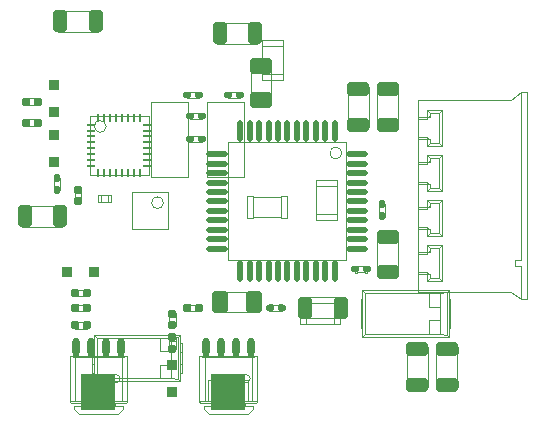
<source format=gtp>
G04 Layer_Color=8421504*
%FSLAX44Y44*%
%MOMM*%
G71*
G01*
G75*
G04:AMPARAMS|DCode=10|XSize=1.8mm|YSize=1.15mm|CornerRadius=0.1437mm|HoleSize=0mm|Usage=FLASHONLY|Rotation=0.000|XOffset=0mm|YOffset=0mm|HoleType=Round|Shape=RoundedRectangle|*
%AMROUNDEDRECTD10*
21,1,1.8000,0.8625,0,0,0.0*
21,1,1.5125,1.1500,0,0,0.0*
1,1,0.2875,0.7562,-0.4313*
1,1,0.2875,-0.7562,-0.4313*
1,1,0.2875,-0.7562,0.4313*
1,1,0.2875,0.7562,0.4313*
%
%ADD10ROUNDEDRECTD10*%
%ADD11O,0.7500X0.2500*%
%ADD12O,0.2500X0.7500*%
G04:AMPARAMS|DCode=13|XSize=0.6mm|YSize=0.6mm|CornerRadius=0.06mm|HoleSize=0mm|Usage=FLASHONLY|Rotation=90.000|XOffset=0mm|YOffset=0mm|HoleType=Round|Shape=RoundedRectangle|*
%AMROUNDEDRECTD13*
21,1,0.6000,0.4800,0,0,90.0*
21,1,0.4800,0.6000,0,0,90.0*
1,1,0.1200,0.2400,0.2400*
1,1,0.1200,0.2400,-0.2400*
1,1,0.1200,-0.2400,-0.2400*
1,1,0.1200,-0.2400,0.2400*
%
%ADD13ROUNDEDRECTD13*%
G04:AMPARAMS|DCode=14|XSize=1.8mm|YSize=1.15mm|CornerRadius=0.1437mm|HoleSize=0mm|Usage=FLASHONLY|Rotation=90.000|XOffset=0mm|YOffset=0mm|HoleType=Round|Shape=RoundedRectangle|*
%AMROUNDEDRECTD14*
21,1,1.8000,0.8625,0,0,90.0*
21,1,1.5125,1.1500,0,0,90.0*
1,1,0.2875,0.4313,0.7562*
1,1,0.2875,0.4313,-0.7562*
1,1,0.2875,-0.4313,-0.7562*
1,1,0.2875,-0.4313,0.7562*
%
%ADD14ROUNDEDRECTD14*%
%ADD15R,0.9000X0.9000*%
%ADD16O,1.8500X0.5500*%
%ADD17O,0.5500X1.8500*%
G04:AMPARAMS|DCode=18|XSize=0.5mm|YSize=0.6mm|CornerRadius=0.05mm|HoleSize=0mm|Usage=FLASHONLY|Rotation=180.000|XOffset=0mm|YOffset=0mm|HoleType=Round|Shape=RoundedRectangle|*
%AMROUNDEDRECTD18*
21,1,0.5000,0.5000,0,0,180.0*
21,1,0.4000,0.6000,0,0,180.0*
1,1,0.1000,-0.2000,0.2500*
1,1,0.1000,0.2000,0.2500*
1,1,0.1000,0.2000,-0.2500*
1,1,0.1000,-0.2000,-0.2500*
%
%ADD18ROUNDEDRECTD18*%
%ADD19R,0.9000X0.9000*%
%ADD21O,0.6000X1.6000*%
G04:AMPARAMS|DCode=22|XSize=0.6mm|YSize=0.6mm|CornerRadius=0.06mm|HoleSize=0mm|Usage=FLASHONLY|Rotation=180.000|XOffset=0mm|YOffset=0mm|HoleType=Round|Shape=RoundedRectangle|*
%AMROUNDEDRECTD22*
21,1,0.6000,0.4800,0,0,180.0*
21,1,0.4800,0.6000,0,0,180.0*
1,1,0.1200,-0.2400,0.2400*
1,1,0.1200,0.2400,0.2400*
1,1,0.1200,0.2400,-0.2400*
1,1,0.1200,-0.2400,-0.2400*
%
%ADD22ROUNDEDRECTD22*%
G04:AMPARAMS|DCode=23|XSize=1.8mm|YSize=1.3mm|CornerRadius=0.1625mm|HoleSize=0mm|Usage=FLASHONLY|Rotation=180.000|XOffset=0mm|YOffset=0mm|HoleType=Round|Shape=RoundedRectangle|*
%AMROUNDEDRECTD23*
21,1,1.8000,0.9750,0,0,180.0*
21,1,1.4750,1.3000,0,0,180.0*
1,1,0.3250,-0.7375,0.4875*
1,1,0.3250,0.7375,0.4875*
1,1,0.3250,0.7375,-0.4875*
1,1,0.3250,-0.7375,-0.4875*
%
%ADD23ROUNDEDRECTD23*%
G04:AMPARAMS|DCode=24|XSize=0.5mm|YSize=0.6mm|CornerRadius=0.05mm|HoleSize=0mm|Usage=FLASHONLY|Rotation=270.000|XOffset=0mm|YOffset=0mm|HoleType=Round|Shape=RoundedRectangle|*
%AMROUNDEDRECTD24*
21,1,0.5000,0.5000,0,0,270.0*
21,1,0.4000,0.6000,0,0,270.0*
1,1,0.1000,-0.2500,-0.2000*
1,1,0.1000,-0.2500,0.2000*
1,1,0.1000,0.2500,0.2000*
1,1,0.1000,0.2500,-0.2000*
%
%ADD24ROUNDEDRECTD24*%
G04:AMPARAMS|DCode=25|XSize=1.8mm|YSize=1.3mm|CornerRadius=0.1625mm|HoleSize=0mm|Usage=FLASHONLY|Rotation=270.000|XOffset=0mm|YOffset=0mm|HoleType=Round|Shape=RoundedRectangle|*
%AMROUNDEDRECTD25*
21,1,1.8000,0.9750,0,0,270.0*
21,1,1.4750,1.3000,0,0,270.0*
1,1,0.3250,-0.4875,-0.7375*
1,1,0.3250,-0.4875,0.7375*
1,1,0.3250,0.4875,0.7375*
1,1,0.3250,0.4875,-0.7375*
%
%ADD25ROUNDEDRECTD25*%
%ADD32C,0.0500*%
%ADD33C,0.1000*%
G04:AMPARAMS|DCode=75|XSize=3mm|YSize=2.8mm|CornerRadius=0mm|HoleSize=0mm|Usage=FLASHONLY|Rotation=270.000|XOffset=0mm|YOffset=0mm|HoleType=Round|Shape=RoundedRectangle|*
%AMROUNDEDRECTD75*
21,1,3.0000,2.8000,0,0,270.0*
21,1,3.0000,2.8000,0,0,270.0*
1,1,0.0000,-1.4000,-1.5000*
1,1,0.0000,-1.4000,1.5000*
1,1,0.0000,1.4000,1.5000*
1,1,0.0000,1.4000,-1.5000*
%
%ADD75ROUNDEDRECTD75*%
D10*
X575001Y1135000D02*
D03*
Y1165000D02*
D03*
X625000Y945000D02*
D03*
Y915000D02*
D03*
X600000Y945000D02*
D03*
Y915000D02*
D03*
X550000Y1165000D02*
D03*
Y1135000D02*
D03*
X575000Y1010000D02*
D03*
Y1040001D02*
D03*
D11*
X324000Y1135000D02*
D03*
Y1130000D02*
D03*
Y1125000D02*
D03*
Y1120000D02*
D03*
Y1115000D02*
D03*
Y1110000D02*
D03*
Y1105000D02*
D03*
Y1100000D02*
D03*
X371000D02*
D03*
Y1105000D02*
D03*
Y1110000D02*
D03*
Y1115000D02*
D03*
Y1120000D02*
D03*
Y1125000D02*
D03*
Y1130000D02*
D03*
Y1135000D02*
D03*
D12*
X330000Y1094000D02*
D03*
X335000D02*
D03*
X340000D02*
D03*
X345000D02*
D03*
X350000D02*
D03*
X355000D02*
D03*
X360000D02*
D03*
X365000D02*
D03*
Y1141000D02*
D03*
X360000D02*
D03*
X355000D02*
D03*
X350000D02*
D03*
X345000D02*
D03*
X340000D02*
D03*
X335000D02*
D03*
X330000D02*
D03*
D13*
X320000Y992500D02*
D03*
X310000D02*
D03*
X268812Y1154430D02*
D03*
X278812D02*
D03*
X268558Y1136650D02*
D03*
X278558D02*
D03*
X405000Y980000D02*
D03*
X415000D02*
D03*
X320000D02*
D03*
X310000D02*
D03*
X310000Y965000D02*
D03*
X320000D02*
D03*
D14*
X535000Y980000D02*
D03*
X505000D02*
D03*
X432500Y1212500D02*
D03*
X462500D02*
D03*
X297500Y1222500D02*
D03*
X327500D02*
D03*
X267500Y1057499D02*
D03*
X297500D02*
D03*
D15*
X392500Y931500D02*
D03*
Y908500D02*
D03*
X292500Y1146000D02*
D03*
Y1169000D02*
D03*
X292500Y1103500D02*
D03*
Y1126500D02*
D03*
D16*
X549250Y1110000D02*
D03*
Y1102000D02*
D03*
Y1094000D02*
D03*
Y1086000D02*
D03*
Y1078000D02*
D03*
Y1070000D02*
D03*
Y1062000D02*
D03*
Y1054000D02*
D03*
Y1046000D02*
D03*
Y1038000D02*
D03*
Y1030000D02*
D03*
X430750D02*
D03*
Y1038000D02*
D03*
Y1046000D02*
D03*
Y1054000D02*
D03*
Y1062000D02*
D03*
Y1070000D02*
D03*
Y1078000D02*
D03*
Y1086000D02*
D03*
Y1094000D02*
D03*
Y1102000D02*
D03*
Y1110000D02*
D03*
D17*
X530000Y1010750D02*
D03*
X522000D02*
D03*
X514000D02*
D03*
X506000D02*
D03*
X498000D02*
D03*
X490000D02*
D03*
X482000D02*
D03*
X474000D02*
D03*
X466000D02*
D03*
X458000D02*
D03*
X450000D02*
D03*
Y1129250D02*
D03*
X458000D02*
D03*
X466000D02*
D03*
X474000D02*
D03*
X482000D02*
D03*
X490000D02*
D03*
X498000D02*
D03*
X506000D02*
D03*
X514000D02*
D03*
X522000D02*
D03*
X530000D02*
D03*
D18*
X295000Y1090000D02*
D03*
Y1080000D02*
D03*
X570000Y1067500D02*
D03*
Y1057500D02*
D03*
D19*
X303500Y1010000D02*
D03*
X326500D02*
D03*
D21*
X420950Y947000D02*
D03*
X433650D02*
D03*
X446350D02*
D03*
X459050D02*
D03*
X310950D02*
D03*
X323650D02*
D03*
X336350D02*
D03*
X349050D02*
D03*
D22*
X392500Y975000D02*
D03*
Y965000D02*
D03*
Y945000D02*
D03*
Y955000D02*
D03*
X312500Y1070000D02*
D03*
Y1080000D02*
D03*
D23*
X467500Y1184501D02*
D03*
Y1155500D02*
D03*
D24*
X475000Y980000D02*
D03*
X485000D02*
D03*
X450000Y1160000D02*
D03*
X440000D02*
D03*
X405000Y1160000D02*
D03*
X415000D02*
D03*
X407500Y1142500D02*
D03*
X417500D02*
D03*
X407242Y1122934D02*
D03*
X417242D02*
D03*
X547500Y1012500D02*
D03*
X557500D02*
D03*
D25*
X433000Y985000D02*
D03*
X462000D02*
D03*
D32*
X610500Y1084450D02*
G03*
X608400Y1086550I-2100J0D01*
G01*
Y1063450D02*
G03*
X610500Y1065550I0J2100D01*
G01*
Y1122550D02*
G03*
X608400Y1124650I-2100J0D01*
G01*
X610500Y1008250D02*
G03*
X608400Y1010350I-2100J0D01*
G01*
X610500Y1046350D02*
G03*
X608400Y1048450I-2100J0D01*
G01*
Y1101550D02*
G03*
X610500Y1103650I0J2100D01*
G01*
X608400Y1139650D02*
G03*
X610500Y1141750I0J2100D01*
G01*
X608400Y1025350D02*
G03*
X610500Y1027450I0J2100D01*
G01*
X458377Y920000D02*
G03*
X458377Y920000I-3377J0D01*
G01*
X348377D02*
G03*
X348377Y920000I-3377J0D01*
G01*
X457000Y901000D02*
Y919000D01*
X452000Y901000D02*
Y919000D01*
X457000D01*
X452000Y901000D02*
X457000D01*
X423000D02*
Y919000D01*
X428000Y901000D02*
Y919000D01*
X423000D02*
X428000D01*
X423000Y901000D02*
X428000D01*
Y918800D02*
X452000D01*
X428000Y901200D02*
X452000D01*
X552000Y962500D02*
X553500D01*
X552000Y970000D02*
X553500D01*
X626500Y962500D02*
X628000D01*
X626500Y970000D02*
X628000D01*
X552000Y962500D02*
Y987500D01*
X553500D01*
X552000Y980000D02*
X553500D01*
X628000Y962500D02*
Y987500D01*
X626500D02*
X628000D01*
X626500Y980000D02*
X628000D01*
X626700Y970000D02*
Y980000D01*
X553300Y970000D02*
Y980000D01*
X553500Y994750D02*
X555990Y992260D01*
X553500Y955250D02*
Y994750D01*
Y955250D02*
X555990Y957739D01*
Y992260D01*
X610010Y992267D02*
X619068D01*
X624706Y992956D01*
X626500Y994750D01*
X553500D02*
X626500D01*
X555990Y992260D02*
X610010Y992267D01*
Y980753D02*
Y992267D01*
X555990Y957739D02*
X610010Y957732D01*
X553500Y955250D02*
X626500D01*
X624706Y957044D02*
X626500Y955250D01*
X619068Y957732D02*
X624706Y957044D01*
X610010Y957732D02*
X619068D01*
X610010D02*
Y969247D01*
X619011D02*
Y980753D01*
X610010Y969247D02*
X619068D01*
X610010Y980753D02*
X619068D01*
Y957732D02*
Y969247D01*
X624706Y957044D02*
Y992956D01*
X619068Y980753D02*
Y992267D01*
X626500Y955250D02*
Y994750D01*
X618500Y1119150D02*
Y1145150D01*
X600500Y1025350D02*
X608400D01*
X600500Y1063450D02*
X608400D01*
X610500Y1119150D02*
X618500D01*
X620600Y1117050D01*
X600500Y1124650D02*
X608400D01*
X610500Y1107050D02*
X618500D01*
X610500Y1103650D02*
Y1107050D01*
X608400Y1109150D02*
X610500Y1107050D01*
Y1004850D02*
X618500D01*
X600500Y1101550D02*
X608400D01*
X610500Y1042950D02*
X618500D01*
X600500Y1010350D02*
X608400D01*
X600500Y1139650D02*
X608400D01*
X618500Y1004850D02*
Y1030850D01*
Y1004850D02*
X620600Y1002750D01*
X618500Y1081050D02*
Y1107050D01*
X620600Y1109150D01*
X610500Y1030850D02*
X618500D01*
X620600Y1032950D01*
X610500Y1027450D02*
Y1030850D01*
X608400Y1032950D02*
X610500Y1030850D01*
Y1119150D02*
Y1122550D01*
X608400Y1117050D02*
X610500Y1119150D01*
X618500Y1042950D02*
Y1068950D01*
Y1042950D02*
X620600Y1040850D01*
X600500Y1048450D02*
X608400D01*
X610500Y1004850D02*
Y1008250D01*
X608400Y1002750D02*
X610500Y1004850D01*
Y1141750D02*
Y1145150D01*
X600500Y1086550D02*
X608400D01*
X610500Y1042950D02*
Y1046350D01*
X608400Y1040850D02*
X610500Y1042950D01*
Y1081050D02*
Y1084450D01*
Y1081050D02*
X618500D01*
X608400Y1078950D02*
X610500Y1081050D01*
X618500D02*
X620600Y1078950D01*
X610500Y1068950D02*
X618500D01*
X620600Y1071050D01*
X610500Y1065550D02*
Y1068950D01*
X608400Y1071050D02*
X610500Y1068950D01*
X608400Y1002750D02*
X620600D01*
X600500Y993750D02*
Y1156250D01*
Y993750D02*
X679500D01*
X687500Y987350D01*
X679500Y1156250D02*
X687500Y1162650D01*
X600500Y1156250D02*
X679500D01*
X620600Y1117050D02*
Y1147250D01*
X608400Y1117050D02*
X620600D01*
X608400Y1109150D02*
X620600D01*
Y1078950D02*
Y1109150D01*
X608400Y1078950D02*
X620600D01*
X608400Y1071050D02*
X620600D01*
Y1040850D02*
Y1071050D01*
X608400Y1040850D02*
X620600D01*
X608400Y1032950D02*
X620600D01*
Y1002750D02*
Y1032950D01*
X610500Y1145150D02*
X618500D01*
X620600Y1147250D01*
X608400D02*
X620600D01*
X608400D02*
X610500Y1145150D01*
X608400Y1078950D02*
Y1086550D01*
X600500Y1084450D02*
X610500D01*
X600500Y1065550D02*
X610500D01*
X608400Y1063450D02*
Y1071050D01*
Y1117050D02*
Y1124650D01*
X600500Y1122550D02*
X610500D01*
X608400Y1002750D02*
Y1010350D01*
X600500Y1008250D02*
X610500D01*
X608400Y1040850D02*
Y1048450D01*
X600500Y1046350D02*
X610500D01*
X600500Y1103650D02*
X610500D01*
X608400Y1101550D02*
Y1109150D01*
X600500Y1141750D02*
X610500D01*
X608400Y1139650D02*
Y1147250D01*
X600500Y1027450D02*
X610500D01*
X608400Y1025350D02*
Y1032950D01*
X692500Y987350D02*
Y1162650D01*
X687500Y1020350D02*
Y1162650D01*
X692500D01*
X682500Y1015350D02*
Y1020350D01*
Y1015350D02*
X687500D01*
Y987350D02*
Y1015350D01*
Y987350D02*
X692500D01*
X682500Y1020350D02*
X687500D01*
X566000Y1133000D02*
X584000D01*
X566000Y1138000D02*
X584000D01*
X566000Y1133000D02*
Y1138000D01*
X584000Y1133000D02*
Y1138000D01*
X566000Y1167000D02*
X584000D01*
X566000Y1162000D02*
X584000D01*
X566000D02*
Y1167000D01*
X584000Y1162000D02*
Y1167000D01*
X566200Y1138000D02*
Y1162000D01*
X583801Y1138000D02*
Y1162000D01*
X317250Y995250D02*
X320250D01*
Y989750D02*
Y995250D01*
X317250Y989750D02*
Y995250D01*
Y989750D02*
X320250D01*
X309750Y995250D02*
X312750D01*
Y989750D02*
Y995250D01*
X309750Y989750D02*
X312750D01*
X309750D02*
Y995250D01*
X312750Y989760D02*
X317250D01*
X312750D02*
X317250Y989765D01*
X312750Y995236D02*
X317250Y995240D01*
X312750Y995236D02*
X317250Y995240D01*
X537000Y971000D02*
Y989000D01*
X532000Y971000D02*
Y989000D01*
Y971000D02*
X537000D01*
X532000Y989000D02*
X537000D01*
X503000Y971000D02*
Y989000D01*
X508000Y971000D02*
Y989000D01*
X503000Y971000D02*
X508000D01*
X503000Y989000D02*
X508000D01*
Y971200D02*
X532000D01*
X508000Y988800D02*
X532000D01*
X514240Y1054118D02*
X532240D01*
X514240Y1059118D02*
X532240D01*
Y1054118D02*
Y1059118D01*
X514240Y1054118D02*
Y1059118D01*
Y1088118D02*
X532240D01*
X514240Y1083118D02*
X532240D01*
Y1088118D01*
X514240Y1083118D02*
Y1088118D01*
X532040Y1059118D02*
Y1083118D01*
X514440Y1059118D02*
Y1083118D01*
X468500Y1207000D02*
X486500D01*
X468500Y1202000D02*
X486500D01*
X468500D02*
Y1207000D01*
X486500Y1202000D02*
Y1207000D01*
X468500Y1173000D02*
X486500D01*
X468500Y1178000D02*
X486500D01*
X468500Y1173000D02*
Y1178000D01*
X486500Y1173000D02*
Y1178000D01*
X468700D02*
Y1202000D01*
X486300Y1178000D02*
Y1202000D01*
X329750Y1069750D02*
Y1075250D01*
X331750Y1069750D02*
Y1075250D01*
X329750Y1069750D02*
X331750D01*
X329750Y1075250D02*
X331750D01*
X338250Y1069750D02*
X340250D01*
X338250Y1075250D02*
X340250D01*
Y1069750D02*
Y1075250D01*
X338250Y1069750D02*
Y1075250D01*
X331750Y1069950D02*
X338250D01*
X331750Y1075050D02*
X338250D01*
X292250Y1090250D02*
X297750D01*
X292250Y1088250D02*
X297750D01*
Y1090250D01*
X292250Y1088250D02*
Y1090250D01*
X297750Y1079750D02*
Y1081750D01*
X292250Y1079750D02*
Y1081750D01*
Y1079750D02*
X297750D01*
X292250Y1081750D02*
X297750D01*
X297550D02*
Y1088250D01*
X292451Y1081750D02*
Y1088250D01*
X500500Y966000D02*
Y984000D01*
X505500Y966000D02*
Y984000D01*
X500500Y966000D02*
X505500D01*
X500500Y984000D02*
X505500D01*
X534500Y966000D02*
Y984000D01*
X529500Y966000D02*
Y984000D01*
Y966000D02*
X534500D01*
X529500Y984000D02*
X534500D01*
X505500Y966200D02*
X529500D01*
X505500Y983800D02*
X529500D01*
X271562Y1157165D02*
X276062Y1157170D01*
X271562Y1157165D02*
X276062Y1157170D01*
X271562Y1151690D02*
X276062Y1151695D01*
X271562Y1151690D02*
X276062D01*
X268562Y1151680D02*
Y1157180D01*
Y1151680D02*
X271562D01*
Y1157180D01*
X268562D02*
X271562D01*
X276062Y1151680D02*
X279062D01*
X276062D02*
Y1157180D01*
X279062Y1151680D02*
Y1157180D01*
X276062D02*
X279062D01*
X430500Y1203500D02*
Y1221500D01*
X435500Y1203500D02*
Y1221500D01*
X430500D02*
X435500D01*
X430500Y1203500D02*
X435500D01*
X464500D02*
Y1221500D01*
X459500Y1203500D02*
Y1221500D01*
X464500D01*
X459500Y1203500D02*
X464500D01*
X435500Y1221300D02*
X459500D01*
X435500Y1203700D02*
X459500D01*
X460031Y901425D02*
Y938575D01*
X464500Y939372D01*
Y900075D02*
Y939500D01*
X460031Y901425D02*
X464500Y900628D01*
X415500Y900075D02*
X416425Y899150D01*
X415500Y900075D02*
Y939500D01*
Y900628D02*
X419969Y901425D01*
X460031D01*
X463575Y899150D02*
X464500Y900075D01*
X454000Y899150D02*
X463575D01*
X446000Y899724D02*
X454000D01*
X434000Y899150D02*
X446000D01*
X426000Y899724D02*
X434000D01*
X416425Y899150D02*
X426000D01*
X415500Y939372D02*
X419969Y938575D01*
Y901425D02*
Y938575D01*
X415500Y939500D02*
X464500D01*
X419969Y938575D02*
X460031D01*
X418850Y942166D02*
X423050D01*
X418850Y945064D02*
X423050D01*
Y939500D02*
Y950000D01*
X418850Y939500D02*
Y950000D01*
X431550Y942166D02*
X435750D01*
X431550Y939500D02*
Y950000D01*
Y945064D02*
X435750D01*
Y939500D02*
Y950000D01*
X444250Y942166D02*
X448450D01*
X444250Y945064D02*
X448450D01*
X444250Y939500D02*
Y950000D01*
X448450Y939500D02*
Y950000D01*
X456950Y942166D02*
X461150D01*
X456950Y945064D02*
X461150D01*
Y939500D02*
Y950000D01*
X456950Y939500D02*
Y950000D01*
X418850Y945432D02*
X423050D01*
X431550D02*
X435750D01*
X444250D02*
X448450D01*
X456950D02*
X461150D01*
X418850Y946311D02*
X423050D01*
X431550D02*
X435750D01*
X444250D02*
X448450D01*
X456950D02*
X461150D01*
X434000Y899000D02*
Y899724D01*
Y899000D02*
X446000D01*
Y899724D01*
X454000Y897000D02*
Y899724D01*
Y897000D02*
X461000D01*
Y894500D02*
Y897000D01*
X456500Y890000D02*
X461000Y894500D01*
X423500Y890000D02*
X456500D01*
X419000Y894500D02*
X423500Y890000D01*
X419000Y894500D02*
Y897000D01*
X426000D02*
Y899724D01*
X419000Y897000D02*
X426000D01*
X418850Y950000D02*
X423050D01*
X431550D02*
X435750D01*
X444250D02*
X448450D01*
X456950D02*
X461150D01*
X350031Y901425D02*
Y938575D01*
X354500Y939372D01*
Y900075D02*
Y939500D01*
X350031Y901425D02*
X354500Y900628D01*
X305500Y900075D02*
X306425Y899150D01*
X305500Y900075D02*
Y939500D01*
Y900628D02*
X309969Y901425D01*
X350031D01*
X353576Y899150D02*
X354500Y900075D01*
X344000Y899150D02*
X353576D01*
X336000Y899724D02*
X344000D01*
X324000Y899150D02*
X336000D01*
X316000Y899724D02*
X324000D01*
X306425Y899150D02*
X316000D01*
X305500Y939372D02*
X309969Y938575D01*
Y901425D02*
Y938575D01*
X305500Y939500D02*
X354500D01*
X309969Y938575D02*
X350031D01*
X308850Y942166D02*
X313050D01*
X308850Y945064D02*
X313050D01*
Y939500D02*
Y950000D01*
X308850Y939500D02*
Y950000D01*
X321550Y942166D02*
X325750D01*
X321550Y939500D02*
Y950000D01*
Y945064D02*
X325750D01*
Y939500D02*
Y950000D01*
X334250Y942166D02*
X338450D01*
X334250Y945064D02*
X338450D01*
X334250Y939500D02*
Y950000D01*
X338450Y939500D02*
Y950000D01*
X346950Y942166D02*
X351150D01*
X346950Y945064D02*
X351150D01*
Y939500D02*
Y950000D01*
X346950Y939500D02*
Y950000D01*
X308850Y945432D02*
X313050D01*
X321550D02*
X325750D01*
X334250D02*
X338450D01*
X346950D02*
X351150D01*
X308850Y946311D02*
X313050D01*
X321550D02*
X325750D01*
X334250D02*
X338450D01*
X346950D02*
X351150D01*
X324000Y899000D02*
Y899724D01*
Y899000D02*
X336000D01*
Y899724D01*
X344000Y897000D02*
Y899724D01*
Y897000D02*
X351000D01*
Y894500D02*
Y897000D01*
X346500Y890000D02*
X351000Y894500D01*
X313500Y890000D02*
X346500D01*
X309000Y894500D02*
X313500Y890000D01*
X309000Y894500D02*
Y897000D01*
X316000D02*
Y899724D01*
X309000Y897000D02*
X316000D01*
X308850Y950000D02*
X313050D01*
X321550D02*
X325750D01*
X334250D02*
X338450D01*
X346950D02*
X351150D01*
X616000Y947000D02*
X634000D01*
X616000Y942000D02*
X634000D01*
Y947000D01*
X616000Y942000D02*
Y947000D01*
Y913000D02*
X634000D01*
X616000Y918000D02*
X634000D01*
Y913000D02*
Y918000D01*
X616000Y913000D02*
Y918000D01*
X633800D02*
Y942000D01*
X616200Y918000D02*
Y942000D01*
X591000Y947000D02*
X609000D01*
X591000Y942000D02*
X609000D01*
Y947000D01*
X591000Y942000D02*
Y947000D01*
Y913000D02*
X609000D01*
X591000Y918000D02*
X609000D01*
Y913000D02*
Y918000D01*
X591000Y913000D02*
Y918000D01*
X608800D02*
Y942000D01*
X591200Y918000D02*
Y942000D01*
X295500Y1213500D02*
Y1231500D01*
X300500Y1213500D02*
Y1231500D01*
X295500D02*
X300500D01*
X295500Y1213500D02*
X300500D01*
X329500D02*
Y1231500D01*
X324500Y1213500D02*
Y1231500D01*
X329500D01*
X324500Y1213500D02*
X329500D01*
X300500Y1231300D02*
X324500D01*
X300500Y1213700D02*
X324500D01*
X541000Y1167000D02*
X559000D01*
X541000Y1162000D02*
X559000D01*
Y1167000D01*
X541000Y1162000D02*
Y1167000D01*
Y1133000D02*
X559000D01*
X541000Y1138000D02*
X559000D01*
Y1133000D02*
Y1138000D01*
X541000Y1133000D02*
Y1138000D01*
X558800D02*
Y1162000D01*
X541200Y1138000D02*
Y1162000D01*
X271308Y1139385D02*
X275808Y1139390D01*
X271308Y1139385D02*
X275808Y1139390D01*
X271308Y1133910D02*
X275808Y1133915D01*
X271308Y1133910D02*
X275808D01*
X268308Y1133900D02*
Y1139400D01*
Y1133900D02*
X271308D01*
Y1139400D01*
X268308D02*
X271308D01*
X275808Y1133900D02*
X278808D01*
X275808D02*
Y1139400D01*
X278808Y1133900D02*
Y1139400D01*
X275808D02*
X278808D01*
X389750Y972250D02*
Y975250D01*
X395250D01*
X389750Y972250D02*
X395250D01*
Y975250D01*
X389750Y964750D02*
Y967750D01*
X395250D01*
Y964750D02*
Y967750D01*
X389750Y964750D02*
X395250D01*
X395240Y967750D02*
Y972250D01*
X395235D02*
X395240Y967750D01*
X389760Y972250D02*
X389765Y967750D01*
X389760Y972250D02*
X389765Y967750D01*
X404750Y977250D02*
X407750D01*
X404750D02*
Y982750D01*
X407750Y977250D02*
Y982750D01*
X404750D02*
X407750D01*
X412250Y977250D02*
X415250D01*
X412250D02*
Y982750D01*
X415250D01*
Y977250D02*
Y982750D01*
X407750Y982740D02*
X412250D01*
X407750Y982735D02*
X412250Y982740D01*
X407750Y977260D02*
X412250Y977265D01*
X407750Y977260D02*
X412250Y977265D01*
X395250Y944750D02*
Y947750D01*
X389750Y944750D02*
X395250D01*
X389750Y947750D02*
X395250D01*
X389750Y944750D02*
Y947750D01*
X395250Y952250D02*
Y955250D01*
X389750Y952250D02*
X395250D01*
X389750D02*
Y955250D01*
X395250D01*
X389760Y947750D02*
Y952250D01*
X389765Y947750D01*
X395235Y952250D02*
X395240Y947750D01*
X395235Y952250D02*
X395240Y947750D01*
X459260Y1180251D02*
X459264Y1159750D01*
X459260Y1180251D02*
X459264Y1159750D01*
X475735Y1180251D02*
X475740Y1159750D01*
Y1180251D01*
X459250Y1153750D02*
X475750D01*
Y1159750D01*
X459250D02*
X475750D01*
X459250Y1153750D02*
Y1159750D01*
X475750Y1180251D02*
Y1186251D01*
X459250Y1180251D02*
X475750D01*
X459250Y1186251D02*
X475750D01*
X459250Y1180251D02*
Y1186251D01*
X317250Y982750D02*
X320250D01*
Y977250D02*
Y982750D01*
X317250Y977250D02*
Y982750D01*
Y977250D02*
X320250D01*
X309750Y982750D02*
X312750D01*
Y977250D02*
Y982750D01*
X309750Y977250D02*
X312750D01*
X309750D02*
Y982750D01*
X312750Y977260D02*
X317250D01*
X312750D02*
X317250Y977265D01*
X312750Y982735D02*
X317250Y982740D01*
X312750Y982735D02*
X317250Y982740D01*
X309750Y962250D02*
X312750D01*
X309750D02*
Y967750D01*
X312750Y962250D02*
Y967750D01*
X309750D02*
X312750D01*
X317250Y962250D02*
X320250D01*
X317250D02*
Y967750D01*
X320250D01*
Y962250D02*
Y967750D01*
X312750Y967740D02*
X317250D01*
X312750Y967735D02*
X317250Y967740D01*
X312750Y962260D02*
X317250Y962265D01*
X312750Y962260D02*
X317250Y962265D01*
X474750Y977250D02*
Y982750D01*
X476750Y977250D02*
Y982750D01*
X474750D02*
X476750D01*
X474750Y977250D02*
X476750D01*
X483250Y982750D02*
X485250D01*
X483250Y977250D02*
X485250D01*
Y982750D01*
X483250Y977250D02*
Y982750D01*
X476750Y982550D02*
X483250D01*
X476750Y977450D02*
X483250D01*
X567250Y1067750D02*
X572750D01*
X567250Y1065750D02*
X572750D01*
Y1067750D01*
X567250Y1065750D02*
Y1067750D01*
X572750Y1057250D02*
Y1059250D01*
X567250Y1057250D02*
Y1059250D01*
Y1057250D02*
X572750D01*
X567250Y1059250D02*
X572750D01*
X572550D02*
Y1065750D01*
X567450Y1059250D02*
Y1065750D01*
X450249Y1157250D02*
Y1162750D01*
X448250Y1157250D02*
Y1162750D01*
Y1157250D02*
X450249D01*
X448250Y1162750D02*
X450249D01*
X439750Y1157250D02*
X441750D01*
X439750Y1162750D02*
X441750D01*
X439750Y1157250D02*
Y1162750D01*
X441750Y1157250D02*
Y1162750D01*
Y1157450D02*
X448250D01*
X441750Y1162550D02*
X448250D01*
X437250Y976760D02*
X457750Y976765D01*
X437250Y976760D02*
X457750Y976765D01*
X437250Y993235D02*
X457750Y993240D01*
X437250D02*
X457750D01*
X463750Y976750D02*
Y993250D01*
X457750D02*
X463750D01*
X457750Y976750D02*
Y993250D01*
Y976750D02*
X463750D01*
X431250Y993250D02*
X437250D01*
Y976750D02*
Y993250D01*
X431250Y976750D02*
Y993250D01*
Y976750D02*
X437250D01*
X404750Y1157250D02*
Y1162750D01*
X406750Y1157250D02*
Y1162750D01*
X404750D02*
X406750D01*
X404750Y1157250D02*
X406750D01*
X413250Y1162750D02*
X415250D01*
X413250Y1157250D02*
X415250D01*
Y1162750D01*
X413250Y1157250D02*
Y1162750D01*
X406750Y1162550D02*
X413250D01*
X406750Y1157450D02*
X413250D01*
X407250Y1139750D02*
Y1145250D01*
X409250Y1139750D02*
Y1145250D01*
X407250D02*
X409250D01*
X407250Y1139750D02*
X409250D01*
X415750Y1145250D02*
X417750D01*
X415750Y1139750D02*
X417750D01*
Y1145250D01*
X415750Y1139750D02*
Y1145250D01*
X409250Y1145050D02*
X415750D01*
X409250Y1139950D02*
X415750D01*
X406992Y1120184D02*
Y1125684D01*
X408992Y1120184D02*
Y1125684D01*
X406992D02*
X408992D01*
X406992Y1120184D02*
X408992D01*
X415492Y1125684D02*
X417492D01*
X415492Y1120184D02*
X417492D01*
Y1125684D01*
X415492Y1120184D02*
Y1125684D01*
X408992Y1125484D02*
X415492D01*
X408992Y1120384D02*
X415492D01*
X309760Y1077250D02*
X309765Y1072750D01*
X309760Y1077250D02*
X309765Y1072750D01*
X315235Y1077250D02*
X315240Y1072750D01*
Y1077250D01*
X309749Y1069750D02*
X315250D01*
Y1072750D01*
X309749D02*
X315250D01*
X309749Y1069750D02*
Y1072750D01*
X315250Y1077250D02*
Y1080250D01*
X309749Y1077250D02*
X315250D01*
X309749Y1080250D02*
X315250D01*
X309749Y1077250D02*
Y1080250D01*
X547250Y1009750D02*
Y1015250D01*
X549250Y1009750D02*
Y1015250D01*
X547250D02*
X549250D01*
X547250Y1009750D02*
X549250D01*
X555751Y1015250D02*
X557751D01*
X555751Y1009750D02*
X557751D01*
Y1015250D01*
X555751Y1009750D02*
Y1015250D01*
X549250Y1015050D02*
X555751D01*
X549250Y1009950D02*
X555751D01*
X324500Y925000D02*
X326000D01*
X324500Y932500D02*
X326000D01*
X399000Y925000D02*
X400500D01*
X399000Y932500D02*
X400500D01*
X324500Y925000D02*
Y950000D01*
X326000D01*
X324500Y942500D02*
X326000D01*
X400500Y925000D02*
Y950000D01*
X399000D02*
X400500D01*
X399000Y942500D02*
X400500D01*
X399200Y932500D02*
Y942500D01*
X325800Y932500D02*
Y942500D01*
X326000Y957250D02*
X328490Y954761D01*
X326000Y917750D02*
Y957250D01*
Y917750D02*
X328490Y920239D01*
Y954761D01*
X382510Y954768D02*
X391568D01*
X397206Y955457D01*
X399000Y957250D01*
X326000D02*
X399000D01*
X328490Y954761D02*
X382510Y954768D01*
Y943253D02*
Y954768D01*
X328490Y920239D02*
X382510Y920232D01*
X326000Y917750D02*
X399000D01*
X397206Y919544D02*
X399000Y917750D01*
X391568Y920232D02*
X397206Y919544D01*
X382510Y920232D02*
X391568D01*
X382510D02*
Y931747D01*
X391511D02*
Y943253D01*
X382510Y931747D02*
X391568D01*
X382510Y943253D02*
X391568D01*
Y920232D02*
Y931747D01*
X397206Y919544D02*
Y955457D01*
X391568Y943253D02*
Y954768D01*
X399000Y917750D02*
Y957250D01*
X566000Y1008000D02*
X584000D01*
X566000Y1013000D02*
X584000D01*
X566000Y1008000D02*
Y1013000D01*
X584000Y1008000D02*
Y1013000D01*
X566000Y1042001D02*
X584000D01*
X566000Y1037000D02*
X584000D01*
X566000D02*
Y1042001D01*
X584000Y1037000D02*
Y1042001D01*
X566200Y1013000D02*
Y1037000D01*
X583800Y1013000D02*
Y1037000D01*
X489948Y1056276D02*
Y1074276D01*
X484948Y1056276D02*
Y1074276D01*
X489948D01*
X484948Y1056276D02*
X489948D01*
X455947D02*
Y1074276D01*
X460947Y1056276D02*
Y1074276D01*
X455947D02*
X460947D01*
X455947Y1056276D02*
X460947D01*
Y1074076D02*
X484948D01*
X460947Y1056476D02*
X484948D01*
X265500Y1048500D02*
Y1066500D01*
X270500Y1048500D02*
Y1066500D01*
X265500D02*
X270500D01*
X265500Y1048500D02*
X270500D01*
X299500D02*
Y1066500D01*
X294500Y1048500D02*
Y1066500D01*
X299500D01*
X294500Y1048500D02*
X299500D01*
X270500Y1066300D02*
X294500D01*
X270500Y1048700D02*
X294500D01*
D33*
X336500Y1133500D02*
G03*
X336500Y1133500I-5000J0D01*
G01*
X536000Y1111000D02*
G03*
X536000Y1111000I-5000J0D01*
G01*
X385000Y1069000D02*
G03*
X385000Y1069000I-5000J0D01*
G01*
X421750Y1091000D02*
Y1154000D01*
X453250Y1091000D02*
Y1154000D01*
X421750D02*
X453250D01*
X421750Y1091000D02*
X453250D01*
X374250Y1091000D02*
Y1154000D01*
X405750Y1091000D02*
Y1154000D01*
X374250D02*
X405750D01*
X374250Y1091000D02*
X405750D01*
X322500Y1092500D02*
Y1142500D01*
X372500Y1092500D02*
Y1142500D01*
X322500D02*
X372500D01*
X322500Y1092500D02*
X372500D01*
X440000Y1020000D02*
Y1120000D01*
X540000Y1020000D02*
Y1120000D01*
X440000Y1020000D02*
X540000D01*
X440000Y1120000D02*
X540000D01*
X358000Y1047000D02*
X389000D01*
X358000Y1078000D02*
X389000D01*
X358000Y1047000D02*
Y1078000D01*
X389000Y1047000D02*
Y1078000D01*
D75*
X440000Y909000D02*
D03*
X330000D02*
D03*
M02*

</source>
